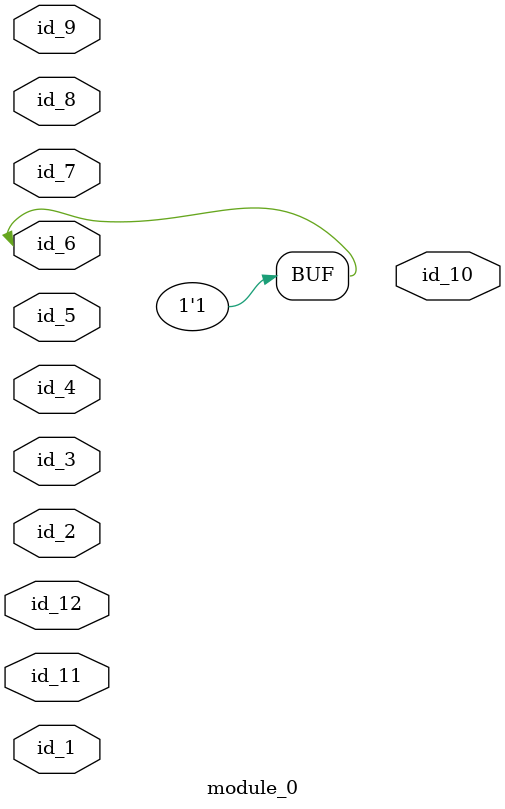
<source format=v>
module module_0 (
    id_1,
    id_2,
    id_3,
    id_4,
    id_5,
    id_6,
    id_7,
    id_8,
    id_9,
    id_10,
    id_11,
    id_12
);
  input id_12;
  inout id_11;
  output id_10;
  inout id_9;
  input id_8;
  input id_7;
  inout id_6;
  input id_5;
  input id_4;
  inout id_3;
  input id_2;
  input id_1;
  assign id_6 = 1;
endmodule

</source>
